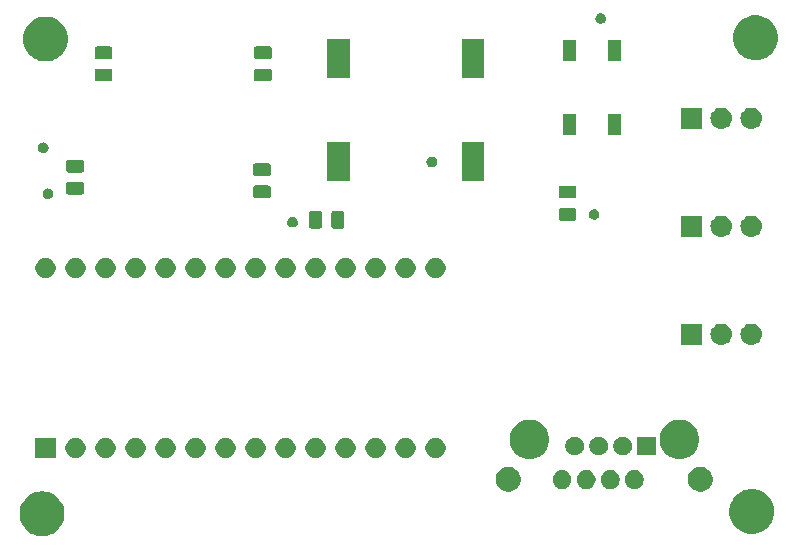
<source format=gbr>
G04 #@! TF.GenerationSoftware,KiCad,Pcbnew,(5.1.4-0-10_14)*
G04 #@! TF.CreationDate,2020-04-29T09:01:47-04:00*
G04 #@! TF.ProjectId,laser_flow,6c617365-725f-4666-9c6f-772e6b696361,rev?*
G04 #@! TF.SameCoordinates,Original*
G04 #@! TF.FileFunction,Soldermask,Top*
G04 #@! TF.FilePolarity,Negative*
%FSLAX46Y46*%
G04 Gerber Fmt 4.6, Leading zero omitted, Abs format (unit mm)*
G04 Created by KiCad (PCBNEW (5.1.4-0-10_14)) date 2020-04-29 09:01:47*
%MOMM*%
%LPD*%
G04 APERTURE LIST*
%ADD10C,0.100000*%
G04 APERTURE END LIST*
D10*
G36*
X95269455Y-116515355D02*
G01*
X95554501Y-116572054D01*
X95900461Y-116715356D01*
X96211817Y-116923397D01*
X96476603Y-117188183D01*
X96684644Y-117499539D01*
X96827946Y-117845499D01*
X96861218Y-118012768D01*
X96901000Y-118212767D01*
X96901000Y-118587233D01*
X96867728Y-118754501D01*
X96827946Y-118954501D01*
X96684644Y-119300461D01*
X96476603Y-119611817D01*
X96211817Y-119876603D01*
X95900461Y-120084644D01*
X95900460Y-120084645D01*
X95900459Y-120084645D01*
X95799132Y-120126616D01*
X95554501Y-120227946D01*
X95370866Y-120264473D01*
X95187233Y-120301000D01*
X94812767Y-120301000D01*
X94629134Y-120264473D01*
X94445499Y-120227946D01*
X94200868Y-120126616D01*
X94099541Y-120084645D01*
X94099540Y-120084645D01*
X94099539Y-120084644D01*
X93788183Y-119876603D01*
X93523397Y-119611817D01*
X93315356Y-119300461D01*
X93172054Y-118954501D01*
X93132272Y-118754501D01*
X93099000Y-118587233D01*
X93099000Y-118212767D01*
X93138782Y-118012768D01*
X93172054Y-117845499D01*
X93315356Y-117499539D01*
X93523397Y-117188183D01*
X93788183Y-116923397D01*
X94099539Y-116715356D01*
X94445499Y-116572054D01*
X94730545Y-116515355D01*
X94812767Y-116499000D01*
X95187233Y-116499000D01*
X95269455Y-116515355D01*
X95269455Y-116515355D01*
G37*
G36*
X155654501Y-116372054D02*
G01*
X155738831Y-116406985D01*
X155960975Y-116499000D01*
X156000461Y-116515356D01*
X156311817Y-116723397D01*
X156576603Y-116988183D01*
X156710238Y-117188183D01*
X156784645Y-117299541D01*
X156927946Y-117645500D01*
X156967729Y-117845500D01*
X157001000Y-118012768D01*
X157001000Y-118387232D01*
X156927946Y-118754501D01*
X156784644Y-119100461D01*
X156576603Y-119411817D01*
X156311817Y-119676603D01*
X156000461Y-119884644D01*
X155654501Y-120027946D01*
X155287233Y-120101000D01*
X154912767Y-120101000D01*
X154545499Y-120027946D01*
X154199539Y-119884644D01*
X153888183Y-119676603D01*
X153623397Y-119411817D01*
X153415356Y-119100461D01*
X153272054Y-118754501D01*
X153199000Y-118387232D01*
X153199000Y-118012768D01*
X153232272Y-117845500D01*
X153272054Y-117645500D01*
X153415355Y-117299541D01*
X153489762Y-117188183D01*
X153623397Y-116988183D01*
X153888183Y-116723397D01*
X154199539Y-116515356D01*
X154239026Y-116499000D01*
X154461169Y-116406985D01*
X154545499Y-116372054D01*
X154912767Y-116299000D01*
X155287233Y-116299000D01*
X155654501Y-116372054D01*
X155654501Y-116372054D01*
G37*
G36*
X134787364Y-114464989D02*
G01*
X134978633Y-114544215D01*
X134978635Y-114544216D01*
X135150773Y-114659235D01*
X135297165Y-114805627D01*
X135412185Y-114977767D01*
X135491411Y-115169036D01*
X135531800Y-115372084D01*
X135531800Y-115579116D01*
X135491411Y-115782164D01*
X135451957Y-115877414D01*
X135412184Y-115973435D01*
X135297165Y-116145573D01*
X135150773Y-116291965D01*
X134978635Y-116406984D01*
X134978634Y-116406985D01*
X134978633Y-116406985D01*
X134787364Y-116486211D01*
X134584316Y-116526600D01*
X134377284Y-116526600D01*
X134174236Y-116486211D01*
X133982967Y-116406985D01*
X133982966Y-116406985D01*
X133982965Y-116406984D01*
X133810827Y-116291965D01*
X133664435Y-116145573D01*
X133549416Y-115973435D01*
X133509643Y-115877414D01*
X133470189Y-115782164D01*
X133429800Y-115579116D01*
X133429800Y-115372084D01*
X133470189Y-115169036D01*
X133549415Y-114977767D01*
X133664435Y-114805627D01*
X133810827Y-114659235D01*
X133982965Y-114544216D01*
X133982967Y-114544215D01*
X134174236Y-114464989D01*
X134377284Y-114424600D01*
X134584316Y-114424600D01*
X134787364Y-114464989D01*
X134787364Y-114464989D01*
G37*
G36*
X151047364Y-114464989D02*
G01*
X151238633Y-114544215D01*
X151238635Y-114544216D01*
X151410773Y-114659235D01*
X151557165Y-114805627D01*
X151672185Y-114977767D01*
X151751411Y-115169036D01*
X151791800Y-115372084D01*
X151791800Y-115579116D01*
X151751411Y-115782164D01*
X151711957Y-115877414D01*
X151672184Y-115973435D01*
X151557165Y-116145573D01*
X151410773Y-116291965D01*
X151238635Y-116406984D01*
X151238634Y-116406985D01*
X151238633Y-116406985D01*
X151047364Y-116486211D01*
X150844316Y-116526600D01*
X150637284Y-116526600D01*
X150434236Y-116486211D01*
X150242967Y-116406985D01*
X150242966Y-116406985D01*
X150242965Y-116406984D01*
X150070827Y-116291965D01*
X149924435Y-116145573D01*
X149809416Y-115973435D01*
X149769643Y-115877414D01*
X149730189Y-115782164D01*
X149689800Y-115579116D01*
X149689800Y-115372084D01*
X149730189Y-115169036D01*
X149809415Y-114977767D01*
X149924435Y-114805627D01*
X150070827Y-114659235D01*
X150242965Y-114544216D01*
X150242967Y-114544215D01*
X150434236Y-114464989D01*
X150637284Y-114424600D01*
X150844316Y-114424600D01*
X151047364Y-114464989D01*
X151047364Y-114464989D01*
G37*
G36*
X145376442Y-114727781D02*
G01*
X145522214Y-114788162D01*
X145522216Y-114788163D01*
X145653408Y-114875822D01*
X145764978Y-114987392D01*
X145852637Y-115118584D01*
X145852638Y-115118586D01*
X145913019Y-115264358D01*
X145943800Y-115419107D01*
X145943800Y-115576893D01*
X145913019Y-115731642D01*
X145852638Y-115877414D01*
X145852637Y-115877416D01*
X145764978Y-116008608D01*
X145653408Y-116120178D01*
X145522216Y-116207837D01*
X145522215Y-116207838D01*
X145522214Y-116207838D01*
X145376442Y-116268219D01*
X145221693Y-116299000D01*
X145063907Y-116299000D01*
X144909158Y-116268219D01*
X144763386Y-116207838D01*
X144763385Y-116207838D01*
X144763384Y-116207837D01*
X144632192Y-116120178D01*
X144520622Y-116008608D01*
X144432963Y-115877416D01*
X144432962Y-115877414D01*
X144372581Y-115731642D01*
X144341800Y-115576893D01*
X144341800Y-115419107D01*
X144372581Y-115264358D01*
X144432962Y-115118586D01*
X144432963Y-115118584D01*
X144520622Y-114987392D01*
X144632192Y-114875822D01*
X144763384Y-114788163D01*
X144763386Y-114788162D01*
X144909158Y-114727781D01*
X145063907Y-114697000D01*
X145221693Y-114697000D01*
X145376442Y-114727781D01*
X145376442Y-114727781D01*
G37*
G36*
X143336442Y-114727781D02*
G01*
X143482214Y-114788162D01*
X143482216Y-114788163D01*
X143613408Y-114875822D01*
X143724978Y-114987392D01*
X143812637Y-115118584D01*
X143812638Y-115118586D01*
X143873019Y-115264358D01*
X143903800Y-115419107D01*
X143903800Y-115576893D01*
X143873019Y-115731642D01*
X143812638Y-115877414D01*
X143812637Y-115877416D01*
X143724978Y-116008608D01*
X143613408Y-116120178D01*
X143482216Y-116207837D01*
X143482215Y-116207838D01*
X143482214Y-116207838D01*
X143336442Y-116268219D01*
X143181693Y-116299000D01*
X143023907Y-116299000D01*
X142869158Y-116268219D01*
X142723386Y-116207838D01*
X142723385Y-116207838D01*
X142723384Y-116207837D01*
X142592192Y-116120178D01*
X142480622Y-116008608D01*
X142392963Y-115877416D01*
X142392962Y-115877414D01*
X142332581Y-115731642D01*
X142301800Y-115576893D01*
X142301800Y-115419107D01*
X142332581Y-115264358D01*
X142392962Y-115118586D01*
X142392963Y-115118584D01*
X142480622Y-114987392D01*
X142592192Y-114875822D01*
X142723384Y-114788163D01*
X142723386Y-114788162D01*
X142869158Y-114727781D01*
X143023907Y-114697000D01*
X143181693Y-114697000D01*
X143336442Y-114727781D01*
X143336442Y-114727781D01*
G37*
G36*
X141296442Y-114727781D02*
G01*
X141442214Y-114788162D01*
X141442216Y-114788163D01*
X141573408Y-114875822D01*
X141684978Y-114987392D01*
X141772637Y-115118584D01*
X141772638Y-115118586D01*
X141833019Y-115264358D01*
X141863800Y-115419107D01*
X141863800Y-115576893D01*
X141833019Y-115731642D01*
X141772638Y-115877414D01*
X141772637Y-115877416D01*
X141684978Y-116008608D01*
X141573408Y-116120178D01*
X141442216Y-116207837D01*
X141442215Y-116207838D01*
X141442214Y-116207838D01*
X141296442Y-116268219D01*
X141141693Y-116299000D01*
X140983907Y-116299000D01*
X140829158Y-116268219D01*
X140683386Y-116207838D01*
X140683385Y-116207838D01*
X140683384Y-116207837D01*
X140552192Y-116120178D01*
X140440622Y-116008608D01*
X140352963Y-115877416D01*
X140352962Y-115877414D01*
X140292581Y-115731642D01*
X140261800Y-115576893D01*
X140261800Y-115419107D01*
X140292581Y-115264358D01*
X140352962Y-115118586D01*
X140352963Y-115118584D01*
X140440622Y-114987392D01*
X140552192Y-114875822D01*
X140683384Y-114788163D01*
X140683386Y-114788162D01*
X140829158Y-114727781D01*
X140983907Y-114697000D01*
X141141693Y-114697000D01*
X141296442Y-114727781D01*
X141296442Y-114727781D01*
G37*
G36*
X139256442Y-114727781D02*
G01*
X139402214Y-114788162D01*
X139402216Y-114788163D01*
X139533408Y-114875822D01*
X139644978Y-114987392D01*
X139732637Y-115118584D01*
X139732638Y-115118586D01*
X139793019Y-115264358D01*
X139823800Y-115419107D01*
X139823800Y-115576893D01*
X139793019Y-115731642D01*
X139732638Y-115877414D01*
X139732637Y-115877416D01*
X139644978Y-116008608D01*
X139533408Y-116120178D01*
X139402216Y-116207837D01*
X139402215Y-116207838D01*
X139402214Y-116207838D01*
X139256442Y-116268219D01*
X139101693Y-116299000D01*
X138943907Y-116299000D01*
X138789158Y-116268219D01*
X138643386Y-116207838D01*
X138643385Y-116207838D01*
X138643384Y-116207837D01*
X138512192Y-116120178D01*
X138400622Y-116008608D01*
X138312963Y-115877416D01*
X138312962Y-115877414D01*
X138252581Y-115731642D01*
X138221800Y-115576893D01*
X138221800Y-115419107D01*
X138252581Y-115264358D01*
X138312962Y-115118586D01*
X138312963Y-115118584D01*
X138400622Y-114987392D01*
X138512192Y-114875822D01*
X138643384Y-114788163D01*
X138643386Y-114788162D01*
X138789158Y-114727781D01*
X138943907Y-114697000D01*
X139101693Y-114697000D01*
X139256442Y-114727781D01*
X139256442Y-114727781D01*
G37*
G36*
X149287771Y-110452604D02*
G01*
X149449671Y-110484808D01*
X149754683Y-110611148D01*
X150029187Y-110794566D01*
X150262634Y-111028013D01*
X150446052Y-111302517D01*
X150572392Y-111607529D01*
X150636800Y-111931328D01*
X150636800Y-112261472D01*
X150572392Y-112585271D01*
X150446052Y-112890283D01*
X150262634Y-113164787D01*
X150029187Y-113398234D01*
X149754683Y-113581652D01*
X149449671Y-113707992D01*
X149287771Y-113740196D01*
X149125873Y-113772400D01*
X148795727Y-113772400D01*
X148633829Y-113740196D01*
X148471929Y-113707992D01*
X148166917Y-113581652D01*
X147892413Y-113398234D01*
X147658966Y-113164787D01*
X147475548Y-112890283D01*
X147349208Y-112585271D01*
X147284800Y-112261472D01*
X147284800Y-111931328D01*
X147349208Y-111607529D01*
X147475548Y-111302517D01*
X147658966Y-111028013D01*
X147892413Y-110794566D01*
X148166917Y-110611148D01*
X148471929Y-110484808D01*
X148633829Y-110452604D01*
X148795727Y-110420400D01*
X149125873Y-110420400D01*
X149287771Y-110452604D01*
X149287771Y-110452604D01*
G37*
G36*
X136587771Y-110452604D02*
G01*
X136749671Y-110484808D01*
X137054683Y-110611148D01*
X137329187Y-110794566D01*
X137562634Y-111028013D01*
X137746052Y-111302517D01*
X137872392Y-111607529D01*
X137936800Y-111931328D01*
X137936800Y-112261472D01*
X137872392Y-112585271D01*
X137746052Y-112890283D01*
X137562634Y-113164787D01*
X137329187Y-113398234D01*
X137054683Y-113581652D01*
X136749671Y-113707992D01*
X136587771Y-113740196D01*
X136425873Y-113772400D01*
X136095727Y-113772400D01*
X135933829Y-113740196D01*
X135771929Y-113707992D01*
X135466917Y-113581652D01*
X135192413Y-113398234D01*
X134958966Y-113164787D01*
X134775548Y-112890283D01*
X134649208Y-112585271D01*
X134584800Y-112261472D01*
X134584800Y-111931328D01*
X134649208Y-111607529D01*
X134775548Y-111302517D01*
X134958966Y-111028013D01*
X135192413Y-110794566D01*
X135466917Y-110611148D01*
X135771929Y-110484808D01*
X135933829Y-110452604D01*
X136095727Y-110420400D01*
X136425873Y-110420400D01*
X136587771Y-110452604D01*
X136587771Y-110452604D01*
G37*
G36*
X103158228Y-112001703D02*
G01*
X103313100Y-112065853D01*
X103452481Y-112158985D01*
X103571015Y-112277519D01*
X103664147Y-112416900D01*
X103728297Y-112571772D01*
X103761000Y-112736184D01*
X103761000Y-112903816D01*
X103728297Y-113068228D01*
X103664147Y-113223100D01*
X103571015Y-113362481D01*
X103452481Y-113481015D01*
X103313100Y-113574147D01*
X103158228Y-113638297D01*
X102993816Y-113671000D01*
X102826184Y-113671000D01*
X102661772Y-113638297D01*
X102506900Y-113574147D01*
X102367519Y-113481015D01*
X102248985Y-113362481D01*
X102155853Y-113223100D01*
X102091703Y-113068228D01*
X102059000Y-112903816D01*
X102059000Y-112736184D01*
X102091703Y-112571772D01*
X102155853Y-112416900D01*
X102248985Y-112277519D01*
X102367519Y-112158985D01*
X102506900Y-112065853D01*
X102661772Y-112001703D01*
X102826184Y-111969000D01*
X102993816Y-111969000D01*
X103158228Y-112001703D01*
X103158228Y-112001703D01*
G37*
G36*
X100618228Y-112001703D02*
G01*
X100773100Y-112065853D01*
X100912481Y-112158985D01*
X101031015Y-112277519D01*
X101124147Y-112416900D01*
X101188297Y-112571772D01*
X101221000Y-112736184D01*
X101221000Y-112903816D01*
X101188297Y-113068228D01*
X101124147Y-113223100D01*
X101031015Y-113362481D01*
X100912481Y-113481015D01*
X100773100Y-113574147D01*
X100618228Y-113638297D01*
X100453816Y-113671000D01*
X100286184Y-113671000D01*
X100121772Y-113638297D01*
X99966900Y-113574147D01*
X99827519Y-113481015D01*
X99708985Y-113362481D01*
X99615853Y-113223100D01*
X99551703Y-113068228D01*
X99519000Y-112903816D01*
X99519000Y-112736184D01*
X99551703Y-112571772D01*
X99615853Y-112416900D01*
X99708985Y-112277519D01*
X99827519Y-112158985D01*
X99966900Y-112065853D01*
X100121772Y-112001703D01*
X100286184Y-111969000D01*
X100453816Y-111969000D01*
X100618228Y-112001703D01*
X100618228Y-112001703D01*
G37*
G36*
X98078228Y-112001703D02*
G01*
X98233100Y-112065853D01*
X98372481Y-112158985D01*
X98491015Y-112277519D01*
X98584147Y-112416900D01*
X98648297Y-112571772D01*
X98681000Y-112736184D01*
X98681000Y-112903816D01*
X98648297Y-113068228D01*
X98584147Y-113223100D01*
X98491015Y-113362481D01*
X98372481Y-113481015D01*
X98233100Y-113574147D01*
X98078228Y-113638297D01*
X97913816Y-113671000D01*
X97746184Y-113671000D01*
X97581772Y-113638297D01*
X97426900Y-113574147D01*
X97287519Y-113481015D01*
X97168985Y-113362481D01*
X97075853Y-113223100D01*
X97011703Y-113068228D01*
X96979000Y-112903816D01*
X96979000Y-112736184D01*
X97011703Y-112571772D01*
X97075853Y-112416900D01*
X97168985Y-112277519D01*
X97287519Y-112158985D01*
X97426900Y-112065853D01*
X97581772Y-112001703D01*
X97746184Y-111969000D01*
X97913816Y-111969000D01*
X98078228Y-112001703D01*
X98078228Y-112001703D01*
G37*
G36*
X96141000Y-113671000D02*
G01*
X94439000Y-113671000D01*
X94439000Y-111969000D01*
X96141000Y-111969000D01*
X96141000Y-113671000D01*
X96141000Y-113671000D01*
G37*
G36*
X128558228Y-112001703D02*
G01*
X128713100Y-112065853D01*
X128852481Y-112158985D01*
X128971015Y-112277519D01*
X129064147Y-112416900D01*
X129128297Y-112571772D01*
X129161000Y-112736184D01*
X129161000Y-112903816D01*
X129128297Y-113068228D01*
X129064147Y-113223100D01*
X128971015Y-113362481D01*
X128852481Y-113481015D01*
X128713100Y-113574147D01*
X128558228Y-113638297D01*
X128393816Y-113671000D01*
X128226184Y-113671000D01*
X128061772Y-113638297D01*
X127906900Y-113574147D01*
X127767519Y-113481015D01*
X127648985Y-113362481D01*
X127555853Y-113223100D01*
X127491703Y-113068228D01*
X127459000Y-112903816D01*
X127459000Y-112736184D01*
X127491703Y-112571772D01*
X127555853Y-112416900D01*
X127648985Y-112277519D01*
X127767519Y-112158985D01*
X127906900Y-112065853D01*
X128061772Y-112001703D01*
X128226184Y-111969000D01*
X128393816Y-111969000D01*
X128558228Y-112001703D01*
X128558228Y-112001703D01*
G37*
G36*
X126018228Y-112001703D02*
G01*
X126173100Y-112065853D01*
X126312481Y-112158985D01*
X126431015Y-112277519D01*
X126524147Y-112416900D01*
X126588297Y-112571772D01*
X126621000Y-112736184D01*
X126621000Y-112903816D01*
X126588297Y-113068228D01*
X126524147Y-113223100D01*
X126431015Y-113362481D01*
X126312481Y-113481015D01*
X126173100Y-113574147D01*
X126018228Y-113638297D01*
X125853816Y-113671000D01*
X125686184Y-113671000D01*
X125521772Y-113638297D01*
X125366900Y-113574147D01*
X125227519Y-113481015D01*
X125108985Y-113362481D01*
X125015853Y-113223100D01*
X124951703Y-113068228D01*
X124919000Y-112903816D01*
X124919000Y-112736184D01*
X124951703Y-112571772D01*
X125015853Y-112416900D01*
X125108985Y-112277519D01*
X125227519Y-112158985D01*
X125366900Y-112065853D01*
X125521772Y-112001703D01*
X125686184Y-111969000D01*
X125853816Y-111969000D01*
X126018228Y-112001703D01*
X126018228Y-112001703D01*
G37*
G36*
X123478228Y-112001703D02*
G01*
X123633100Y-112065853D01*
X123772481Y-112158985D01*
X123891015Y-112277519D01*
X123984147Y-112416900D01*
X124048297Y-112571772D01*
X124081000Y-112736184D01*
X124081000Y-112903816D01*
X124048297Y-113068228D01*
X123984147Y-113223100D01*
X123891015Y-113362481D01*
X123772481Y-113481015D01*
X123633100Y-113574147D01*
X123478228Y-113638297D01*
X123313816Y-113671000D01*
X123146184Y-113671000D01*
X122981772Y-113638297D01*
X122826900Y-113574147D01*
X122687519Y-113481015D01*
X122568985Y-113362481D01*
X122475853Y-113223100D01*
X122411703Y-113068228D01*
X122379000Y-112903816D01*
X122379000Y-112736184D01*
X122411703Y-112571772D01*
X122475853Y-112416900D01*
X122568985Y-112277519D01*
X122687519Y-112158985D01*
X122826900Y-112065853D01*
X122981772Y-112001703D01*
X123146184Y-111969000D01*
X123313816Y-111969000D01*
X123478228Y-112001703D01*
X123478228Y-112001703D01*
G37*
G36*
X120938228Y-112001703D02*
G01*
X121093100Y-112065853D01*
X121232481Y-112158985D01*
X121351015Y-112277519D01*
X121444147Y-112416900D01*
X121508297Y-112571772D01*
X121541000Y-112736184D01*
X121541000Y-112903816D01*
X121508297Y-113068228D01*
X121444147Y-113223100D01*
X121351015Y-113362481D01*
X121232481Y-113481015D01*
X121093100Y-113574147D01*
X120938228Y-113638297D01*
X120773816Y-113671000D01*
X120606184Y-113671000D01*
X120441772Y-113638297D01*
X120286900Y-113574147D01*
X120147519Y-113481015D01*
X120028985Y-113362481D01*
X119935853Y-113223100D01*
X119871703Y-113068228D01*
X119839000Y-112903816D01*
X119839000Y-112736184D01*
X119871703Y-112571772D01*
X119935853Y-112416900D01*
X120028985Y-112277519D01*
X120147519Y-112158985D01*
X120286900Y-112065853D01*
X120441772Y-112001703D01*
X120606184Y-111969000D01*
X120773816Y-111969000D01*
X120938228Y-112001703D01*
X120938228Y-112001703D01*
G37*
G36*
X118398228Y-112001703D02*
G01*
X118553100Y-112065853D01*
X118692481Y-112158985D01*
X118811015Y-112277519D01*
X118904147Y-112416900D01*
X118968297Y-112571772D01*
X119001000Y-112736184D01*
X119001000Y-112903816D01*
X118968297Y-113068228D01*
X118904147Y-113223100D01*
X118811015Y-113362481D01*
X118692481Y-113481015D01*
X118553100Y-113574147D01*
X118398228Y-113638297D01*
X118233816Y-113671000D01*
X118066184Y-113671000D01*
X117901772Y-113638297D01*
X117746900Y-113574147D01*
X117607519Y-113481015D01*
X117488985Y-113362481D01*
X117395853Y-113223100D01*
X117331703Y-113068228D01*
X117299000Y-112903816D01*
X117299000Y-112736184D01*
X117331703Y-112571772D01*
X117395853Y-112416900D01*
X117488985Y-112277519D01*
X117607519Y-112158985D01*
X117746900Y-112065853D01*
X117901772Y-112001703D01*
X118066184Y-111969000D01*
X118233816Y-111969000D01*
X118398228Y-112001703D01*
X118398228Y-112001703D01*
G37*
G36*
X115858228Y-112001703D02*
G01*
X116013100Y-112065853D01*
X116152481Y-112158985D01*
X116271015Y-112277519D01*
X116364147Y-112416900D01*
X116428297Y-112571772D01*
X116461000Y-112736184D01*
X116461000Y-112903816D01*
X116428297Y-113068228D01*
X116364147Y-113223100D01*
X116271015Y-113362481D01*
X116152481Y-113481015D01*
X116013100Y-113574147D01*
X115858228Y-113638297D01*
X115693816Y-113671000D01*
X115526184Y-113671000D01*
X115361772Y-113638297D01*
X115206900Y-113574147D01*
X115067519Y-113481015D01*
X114948985Y-113362481D01*
X114855853Y-113223100D01*
X114791703Y-113068228D01*
X114759000Y-112903816D01*
X114759000Y-112736184D01*
X114791703Y-112571772D01*
X114855853Y-112416900D01*
X114948985Y-112277519D01*
X115067519Y-112158985D01*
X115206900Y-112065853D01*
X115361772Y-112001703D01*
X115526184Y-111969000D01*
X115693816Y-111969000D01*
X115858228Y-112001703D01*
X115858228Y-112001703D01*
G37*
G36*
X113318228Y-112001703D02*
G01*
X113473100Y-112065853D01*
X113612481Y-112158985D01*
X113731015Y-112277519D01*
X113824147Y-112416900D01*
X113888297Y-112571772D01*
X113921000Y-112736184D01*
X113921000Y-112903816D01*
X113888297Y-113068228D01*
X113824147Y-113223100D01*
X113731015Y-113362481D01*
X113612481Y-113481015D01*
X113473100Y-113574147D01*
X113318228Y-113638297D01*
X113153816Y-113671000D01*
X112986184Y-113671000D01*
X112821772Y-113638297D01*
X112666900Y-113574147D01*
X112527519Y-113481015D01*
X112408985Y-113362481D01*
X112315853Y-113223100D01*
X112251703Y-113068228D01*
X112219000Y-112903816D01*
X112219000Y-112736184D01*
X112251703Y-112571772D01*
X112315853Y-112416900D01*
X112408985Y-112277519D01*
X112527519Y-112158985D01*
X112666900Y-112065853D01*
X112821772Y-112001703D01*
X112986184Y-111969000D01*
X113153816Y-111969000D01*
X113318228Y-112001703D01*
X113318228Y-112001703D01*
G37*
G36*
X110778228Y-112001703D02*
G01*
X110933100Y-112065853D01*
X111072481Y-112158985D01*
X111191015Y-112277519D01*
X111284147Y-112416900D01*
X111348297Y-112571772D01*
X111381000Y-112736184D01*
X111381000Y-112903816D01*
X111348297Y-113068228D01*
X111284147Y-113223100D01*
X111191015Y-113362481D01*
X111072481Y-113481015D01*
X110933100Y-113574147D01*
X110778228Y-113638297D01*
X110613816Y-113671000D01*
X110446184Y-113671000D01*
X110281772Y-113638297D01*
X110126900Y-113574147D01*
X109987519Y-113481015D01*
X109868985Y-113362481D01*
X109775853Y-113223100D01*
X109711703Y-113068228D01*
X109679000Y-112903816D01*
X109679000Y-112736184D01*
X109711703Y-112571772D01*
X109775853Y-112416900D01*
X109868985Y-112277519D01*
X109987519Y-112158985D01*
X110126900Y-112065853D01*
X110281772Y-112001703D01*
X110446184Y-111969000D01*
X110613816Y-111969000D01*
X110778228Y-112001703D01*
X110778228Y-112001703D01*
G37*
G36*
X108238228Y-112001703D02*
G01*
X108393100Y-112065853D01*
X108532481Y-112158985D01*
X108651015Y-112277519D01*
X108744147Y-112416900D01*
X108808297Y-112571772D01*
X108841000Y-112736184D01*
X108841000Y-112903816D01*
X108808297Y-113068228D01*
X108744147Y-113223100D01*
X108651015Y-113362481D01*
X108532481Y-113481015D01*
X108393100Y-113574147D01*
X108238228Y-113638297D01*
X108073816Y-113671000D01*
X107906184Y-113671000D01*
X107741772Y-113638297D01*
X107586900Y-113574147D01*
X107447519Y-113481015D01*
X107328985Y-113362481D01*
X107235853Y-113223100D01*
X107171703Y-113068228D01*
X107139000Y-112903816D01*
X107139000Y-112736184D01*
X107171703Y-112571772D01*
X107235853Y-112416900D01*
X107328985Y-112277519D01*
X107447519Y-112158985D01*
X107586900Y-112065853D01*
X107741772Y-112001703D01*
X107906184Y-111969000D01*
X108073816Y-111969000D01*
X108238228Y-112001703D01*
X108238228Y-112001703D01*
G37*
G36*
X105698228Y-112001703D02*
G01*
X105853100Y-112065853D01*
X105992481Y-112158985D01*
X106111015Y-112277519D01*
X106204147Y-112416900D01*
X106268297Y-112571772D01*
X106301000Y-112736184D01*
X106301000Y-112903816D01*
X106268297Y-113068228D01*
X106204147Y-113223100D01*
X106111015Y-113362481D01*
X105992481Y-113481015D01*
X105853100Y-113574147D01*
X105698228Y-113638297D01*
X105533816Y-113671000D01*
X105366184Y-113671000D01*
X105201772Y-113638297D01*
X105046900Y-113574147D01*
X104907519Y-113481015D01*
X104788985Y-113362481D01*
X104695853Y-113223100D01*
X104631703Y-113068228D01*
X104599000Y-112903816D01*
X104599000Y-112736184D01*
X104631703Y-112571772D01*
X104695853Y-112416900D01*
X104788985Y-112277519D01*
X104907519Y-112158985D01*
X105046900Y-112065853D01*
X105201772Y-112001703D01*
X105366184Y-111969000D01*
X105533816Y-111969000D01*
X105698228Y-112001703D01*
X105698228Y-112001703D01*
G37*
G36*
X147014600Y-113456200D02*
G01*
X145412600Y-113456200D01*
X145412600Y-111854200D01*
X147014600Y-111854200D01*
X147014600Y-113456200D01*
X147014600Y-113456200D01*
G37*
G36*
X144407242Y-111884981D02*
G01*
X144553014Y-111945362D01*
X144553016Y-111945363D01*
X144684208Y-112033022D01*
X144795778Y-112144592D01*
X144883437Y-112275784D01*
X144883438Y-112275786D01*
X144943819Y-112421558D01*
X144974600Y-112576307D01*
X144974600Y-112734093D01*
X144943819Y-112888842D01*
X144883438Y-113034614D01*
X144883437Y-113034616D01*
X144795778Y-113165808D01*
X144684208Y-113277378D01*
X144553016Y-113365037D01*
X144553015Y-113365038D01*
X144553014Y-113365038D01*
X144407242Y-113425419D01*
X144252493Y-113456200D01*
X144094707Y-113456200D01*
X143939958Y-113425419D01*
X143794186Y-113365038D01*
X143794185Y-113365038D01*
X143794184Y-113365037D01*
X143662992Y-113277378D01*
X143551422Y-113165808D01*
X143463763Y-113034616D01*
X143463762Y-113034614D01*
X143403381Y-112888842D01*
X143372600Y-112734093D01*
X143372600Y-112576307D01*
X143403381Y-112421558D01*
X143463762Y-112275786D01*
X143463763Y-112275784D01*
X143551422Y-112144592D01*
X143662992Y-112033022D01*
X143794184Y-111945363D01*
X143794186Y-111945362D01*
X143939958Y-111884981D01*
X144094707Y-111854200D01*
X144252493Y-111854200D01*
X144407242Y-111884981D01*
X144407242Y-111884981D01*
G37*
G36*
X142367242Y-111884981D02*
G01*
X142513014Y-111945362D01*
X142513016Y-111945363D01*
X142644208Y-112033022D01*
X142755778Y-112144592D01*
X142843437Y-112275784D01*
X142843438Y-112275786D01*
X142903819Y-112421558D01*
X142934600Y-112576307D01*
X142934600Y-112734093D01*
X142903819Y-112888842D01*
X142843438Y-113034614D01*
X142843437Y-113034616D01*
X142755778Y-113165808D01*
X142644208Y-113277378D01*
X142513016Y-113365037D01*
X142513015Y-113365038D01*
X142513014Y-113365038D01*
X142367242Y-113425419D01*
X142212493Y-113456200D01*
X142054707Y-113456200D01*
X141899958Y-113425419D01*
X141754186Y-113365038D01*
X141754185Y-113365038D01*
X141754184Y-113365037D01*
X141622992Y-113277378D01*
X141511422Y-113165808D01*
X141423763Y-113034616D01*
X141423762Y-113034614D01*
X141363381Y-112888842D01*
X141332600Y-112734093D01*
X141332600Y-112576307D01*
X141363381Y-112421558D01*
X141423762Y-112275786D01*
X141423763Y-112275784D01*
X141511422Y-112144592D01*
X141622992Y-112033022D01*
X141754184Y-111945363D01*
X141754186Y-111945362D01*
X141899958Y-111884981D01*
X142054707Y-111854200D01*
X142212493Y-111854200D01*
X142367242Y-111884981D01*
X142367242Y-111884981D01*
G37*
G36*
X140327242Y-111884981D02*
G01*
X140473014Y-111945362D01*
X140473016Y-111945363D01*
X140604208Y-112033022D01*
X140715778Y-112144592D01*
X140803437Y-112275784D01*
X140803438Y-112275786D01*
X140863819Y-112421558D01*
X140894600Y-112576307D01*
X140894600Y-112734093D01*
X140863819Y-112888842D01*
X140803438Y-113034614D01*
X140803437Y-113034616D01*
X140715778Y-113165808D01*
X140604208Y-113277378D01*
X140473016Y-113365037D01*
X140473015Y-113365038D01*
X140473014Y-113365038D01*
X140327242Y-113425419D01*
X140172493Y-113456200D01*
X140014707Y-113456200D01*
X139859958Y-113425419D01*
X139714186Y-113365038D01*
X139714185Y-113365038D01*
X139714184Y-113365037D01*
X139582992Y-113277378D01*
X139471422Y-113165808D01*
X139383763Y-113034616D01*
X139383762Y-113034614D01*
X139323381Y-112888842D01*
X139292600Y-112734093D01*
X139292600Y-112576307D01*
X139323381Y-112421558D01*
X139383762Y-112275786D01*
X139383763Y-112275784D01*
X139471422Y-112144592D01*
X139582992Y-112033022D01*
X139714184Y-111945363D01*
X139714186Y-111945362D01*
X139859958Y-111884981D01*
X140014707Y-111854200D01*
X140172493Y-111854200D01*
X140327242Y-111884981D01*
X140327242Y-111884981D01*
G37*
G36*
X155150442Y-102305518D02*
G01*
X155216627Y-102312037D01*
X155386466Y-102363557D01*
X155542991Y-102447222D01*
X155578729Y-102476552D01*
X155680186Y-102559814D01*
X155763448Y-102661271D01*
X155792778Y-102697009D01*
X155876443Y-102853534D01*
X155927963Y-103023373D01*
X155945359Y-103200000D01*
X155927963Y-103376627D01*
X155876443Y-103546466D01*
X155792778Y-103702991D01*
X155763448Y-103738729D01*
X155680186Y-103840186D01*
X155578729Y-103923448D01*
X155542991Y-103952778D01*
X155386466Y-104036443D01*
X155216627Y-104087963D01*
X155150442Y-104094482D01*
X155084260Y-104101000D01*
X154995740Y-104101000D01*
X154929557Y-104094481D01*
X154863373Y-104087963D01*
X154693534Y-104036443D01*
X154537009Y-103952778D01*
X154501271Y-103923448D01*
X154399814Y-103840186D01*
X154316552Y-103738729D01*
X154287222Y-103702991D01*
X154203557Y-103546466D01*
X154152037Y-103376627D01*
X154134641Y-103200000D01*
X154152037Y-103023373D01*
X154203557Y-102853534D01*
X154287222Y-102697009D01*
X154316552Y-102661271D01*
X154399814Y-102559814D01*
X154501271Y-102476552D01*
X154537009Y-102447222D01*
X154693534Y-102363557D01*
X154863373Y-102312037D01*
X154929558Y-102305518D01*
X154995740Y-102299000D01*
X155084260Y-102299000D01*
X155150442Y-102305518D01*
X155150442Y-102305518D01*
G37*
G36*
X152610442Y-102305518D02*
G01*
X152676627Y-102312037D01*
X152846466Y-102363557D01*
X153002991Y-102447222D01*
X153038729Y-102476552D01*
X153140186Y-102559814D01*
X153223448Y-102661271D01*
X153252778Y-102697009D01*
X153336443Y-102853534D01*
X153387963Y-103023373D01*
X153405359Y-103200000D01*
X153387963Y-103376627D01*
X153336443Y-103546466D01*
X153252778Y-103702991D01*
X153223448Y-103738729D01*
X153140186Y-103840186D01*
X153038729Y-103923448D01*
X153002991Y-103952778D01*
X152846466Y-104036443D01*
X152676627Y-104087963D01*
X152610442Y-104094482D01*
X152544260Y-104101000D01*
X152455740Y-104101000D01*
X152389557Y-104094481D01*
X152323373Y-104087963D01*
X152153534Y-104036443D01*
X151997009Y-103952778D01*
X151961271Y-103923448D01*
X151859814Y-103840186D01*
X151776552Y-103738729D01*
X151747222Y-103702991D01*
X151663557Y-103546466D01*
X151612037Y-103376627D01*
X151594641Y-103200000D01*
X151612037Y-103023373D01*
X151663557Y-102853534D01*
X151747222Y-102697009D01*
X151776552Y-102661271D01*
X151859814Y-102559814D01*
X151961271Y-102476552D01*
X151997009Y-102447222D01*
X152153534Y-102363557D01*
X152323373Y-102312037D01*
X152389558Y-102305518D01*
X152455740Y-102299000D01*
X152544260Y-102299000D01*
X152610442Y-102305518D01*
X152610442Y-102305518D01*
G37*
G36*
X150861000Y-104101000D02*
G01*
X149059000Y-104101000D01*
X149059000Y-102299000D01*
X150861000Y-102299000D01*
X150861000Y-104101000D01*
X150861000Y-104101000D01*
G37*
G36*
X118398228Y-96761703D02*
G01*
X118553100Y-96825853D01*
X118692481Y-96918985D01*
X118811015Y-97037519D01*
X118904147Y-97176900D01*
X118968297Y-97331772D01*
X119001000Y-97496184D01*
X119001000Y-97663816D01*
X118968297Y-97828228D01*
X118904147Y-97983100D01*
X118811015Y-98122481D01*
X118692481Y-98241015D01*
X118553100Y-98334147D01*
X118398228Y-98398297D01*
X118233816Y-98431000D01*
X118066184Y-98431000D01*
X117901772Y-98398297D01*
X117746900Y-98334147D01*
X117607519Y-98241015D01*
X117488985Y-98122481D01*
X117395853Y-97983100D01*
X117331703Y-97828228D01*
X117299000Y-97663816D01*
X117299000Y-97496184D01*
X117331703Y-97331772D01*
X117395853Y-97176900D01*
X117488985Y-97037519D01*
X117607519Y-96918985D01*
X117746900Y-96825853D01*
X117901772Y-96761703D01*
X118066184Y-96729000D01*
X118233816Y-96729000D01*
X118398228Y-96761703D01*
X118398228Y-96761703D01*
G37*
G36*
X95538228Y-96761703D02*
G01*
X95693100Y-96825853D01*
X95832481Y-96918985D01*
X95951015Y-97037519D01*
X96044147Y-97176900D01*
X96108297Y-97331772D01*
X96141000Y-97496184D01*
X96141000Y-97663816D01*
X96108297Y-97828228D01*
X96044147Y-97983100D01*
X95951015Y-98122481D01*
X95832481Y-98241015D01*
X95693100Y-98334147D01*
X95538228Y-98398297D01*
X95373816Y-98431000D01*
X95206184Y-98431000D01*
X95041772Y-98398297D01*
X94886900Y-98334147D01*
X94747519Y-98241015D01*
X94628985Y-98122481D01*
X94535853Y-97983100D01*
X94471703Y-97828228D01*
X94439000Y-97663816D01*
X94439000Y-97496184D01*
X94471703Y-97331772D01*
X94535853Y-97176900D01*
X94628985Y-97037519D01*
X94747519Y-96918985D01*
X94886900Y-96825853D01*
X95041772Y-96761703D01*
X95206184Y-96729000D01*
X95373816Y-96729000D01*
X95538228Y-96761703D01*
X95538228Y-96761703D01*
G37*
G36*
X98078228Y-96761703D02*
G01*
X98233100Y-96825853D01*
X98372481Y-96918985D01*
X98491015Y-97037519D01*
X98584147Y-97176900D01*
X98648297Y-97331772D01*
X98681000Y-97496184D01*
X98681000Y-97663816D01*
X98648297Y-97828228D01*
X98584147Y-97983100D01*
X98491015Y-98122481D01*
X98372481Y-98241015D01*
X98233100Y-98334147D01*
X98078228Y-98398297D01*
X97913816Y-98431000D01*
X97746184Y-98431000D01*
X97581772Y-98398297D01*
X97426900Y-98334147D01*
X97287519Y-98241015D01*
X97168985Y-98122481D01*
X97075853Y-97983100D01*
X97011703Y-97828228D01*
X96979000Y-97663816D01*
X96979000Y-97496184D01*
X97011703Y-97331772D01*
X97075853Y-97176900D01*
X97168985Y-97037519D01*
X97287519Y-96918985D01*
X97426900Y-96825853D01*
X97581772Y-96761703D01*
X97746184Y-96729000D01*
X97913816Y-96729000D01*
X98078228Y-96761703D01*
X98078228Y-96761703D01*
G37*
G36*
X100618228Y-96761703D02*
G01*
X100773100Y-96825853D01*
X100912481Y-96918985D01*
X101031015Y-97037519D01*
X101124147Y-97176900D01*
X101188297Y-97331772D01*
X101221000Y-97496184D01*
X101221000Y-97663816D01*
X101188297Y-97828228D01*
X101124147Y-97983100D01*
X101031015Y-98122481D01*
X100912481Y-98241015D01*
X100773100Y-98334147D01*
X100618228Y-98398297D01*
X100453816Y-98431000D01*
X100286184Y-98431000D01*
X100121772Y-98398297D01*
X99966900Y-98334147D01*
X99827519Y-98241015D01*
X99708985Y-98122481D01*
X99615853Y-97983100D01*
X99551703Y-97828228D01*
X99519000Y-97663816D01*
X99519000Y-97496184D01*
X99551703Y-97331772D01*
X99615853Y-97176900D01*
X99708985Y-97037519D01*
X99827519Y-96918985D01*
X99966900Y-96825853D01*
X100121772Y-96761703D01*
X100286184Y-96729000D01*
X100453816Y-96729000D01*
X100618228Y-96761703D01*
X100618228Y-96761703D01*
G37*
G36*
X103158228Y-96761703D02*
G01*
X103313100Y-96825853D01*
X103452481Y-96918985D01*
X103571015Y-97037519D01*
X103664147Y-97176900D01*
X103728297Y-97331772D01*
X103761000Y-97496184D01*
X103761000Y-97663816D01*
X103728297Y-97828228D01*
X103664147Y-97983100D01*
X103571015Y-98122481D01*
X103452481Y-98241015D01*
X103313100Y-98334147D01*
X103158228Y-98398297D01*
X102993816Y-98431000D01*
X102826184Y-98431000D01*
X102661772Y-98398297D01*
X102506900Y-98334147D01*
X102367519Y-98241015D01*
X102248985Y-98122481D01*
X102155853Y-97983100D01*
X102091703Y-97828228D01*
X102059000Y-97663816D01*
X102059000Y-97496184D01*
X102091703Y-97331772D01*
X102155853Y-97176900D01*
X102248985Y-97037519D01*
X102367519Y-96918985D01*
X102506900Y-96825853D01*
X102661772Y-96761703D01*
X102826184Y-96729000D01*
X102993816Y-96729000D01*
X103158228Y-96761703D01*
X103158228Y-96761703D01*
G37*
G36*
X105698228Y-96761703D02*
G01*
X105853100Y-96825853D01*
X105992481Y-96918985D01*
X106111015Y-97037519D01*
X106204147Y-97176900D01*
X106268297Y-97331772D01*
X106301000Y-97496184D01*
X106301000Y-97663816D01*
X106268297Y-97828228D01*
X106204147Y-97983100D01*
X106111015Y-98122481D01*
X105992481Y-98241015D01*
X105853100Y-98334147D01*
X105698228Y-98398297D01*
X105533816Y-98431000D01*
X105366184Y-98431000D01*
X105201772Y-98398297D01*
X105046900Y-98334147D01*
X104907519Y-98241015D01*
X104788985Y-98122481D01*
X104695853Y-97983100D01*
X104631703Y-97828228D01*
X104599000Y-97663816D01*
X104599000Y-97496184D01*
X104631703Y-97331772D01*
X104695853Y-97176900D01*
X104788985Y-97037519D01*
X104907519Y-96918985D01*
X105046900Y-96825853D01*
X105201772Y-96761703D01*
X105366184Y-96729000D01*
X105533816Y-96729000D01*
X105698228Y-96761703D01*
X105698228Y-96761703D01*
G37*
G36*
X108238228Y-96761703D02*
G01*
X108393100Y-96825853D01*
X108532481Y-96918985D01*
X108651015Y-97037519D01*
X108744147Y-97176900D01*
X108808297Y-97331772D01*
X108841000Y-97496184D01*
X108841000Y-97663816D01*
X108808297Y-97828228D01*
X108744147Y-97983100D01*
X108651015Y-98122481D01*
X108532481Y-98241015D01*
X108393100Y-98334147D01*
X108238228Y-98398297D01*
X108073816Y-98431000D01*
X107906184Y-98431000D01*
X107741772Y-98398297D01*
X107586900Y-98334147D01*
X107447519Y-98241015D01*
X107328985Y-98122481D01*
X107235853Y-97983100D01*
X107171703Y-97828228D01*
X107139000Y-97663816D01*
X107139000Y-97496184D01*
X107171703Y-97331772D01*
X107235853Y-97176900D01*
X107328985Y-97037519D01*
X107447519Y-96918985D01*
X107586900Y-96825853D01*
X107741772Y-96761703D01*
X107906184Y-96729000D01*
X108073816Y-96729000D01*
X108238228Y-96761703D01*
X108238228Y-96761703D01*
G37*
G36*
X110778228Y-96761703D02*
G01*
X110933100Y-96825853D01*
X111072481Y-96918985D01*
X111191015Y-97037519D01*
X111284147Y-97176900D01*
X111348297Y-97331772D01*
X111381000Y-97496184D01*
X111381000Y-97663816D01*
X111348297Y-97828228D01*
X111284147Y-97983100D01*
X111191015Y-98122481D01*
X111072481Y-98241015D01*
X110933100Y-98334147D01*
X110778228Y-98398297D01*
X110613816Y-98431000D01*
X110446184Y-98431000D01*
X110281772Y-98398297D01*
X110126900Y-98334147D01*
X109987519Y-98241015D01*
X109868985Y-98122481D01*
X109775853Y-97983100D01*
X109711703Y-97828228D01*
X109679000Y-97663816D01*
X109679000Y-97496184D01*
X109711703Y-97331772D01*
X109775853Y-97176900D01*
X109868985Y-97037519D01*
X109987519Y-96918985D01*
X110126900Y-96825853D01*
X110281772Y-96761703D01*
X110446184Y-96729000D01*
X110613816Y-96729000D01*
X110778228Y-96761703D01*
X110778228Y-96761703D01*
G37*
G36*
X113318228Y-96761703D02*
G01*
X113473100Y-96825853D01*
X113612481Y-96918985D01*
X113731015Y-97037519D01*
X113824147Y-97176900D01*
X113888297Y-97331772D01*
X113921000Y-97496184D01*
X113921000Y-97663816D01*
X113888297Y-97828228D01*
X113824147Y-97983100D01*
X113731015Y-98122481D01*
X113612481Y-98241015D01*
X113473100Y-98334147D01*
X113318228Y-98398297D01*
X113153816Y-98431000D01*
X112986184Y-98431000D01*
X112821772Y-98398297D01*
X112666900Y-98334147D01*
X112527519Y-98241015D01*
X112408985Y-98122481D01*
X112315853Y-97983100D01*
X112251703Y-97828228D01*
X112219000Y-97663816D01*
X112219000Y-97496184D01*
X112251703Y-97331772D01*
X112315853Y-97176900D01*
X112408985Y-97037519D01*
X112527519Y-96918985D01*
X112666900Y-96825853D01*
X112821772Y-96761703D01*
X112986184Y-96729000D01*
X113153816Y-96729000D01*
X113318228Y-96761703D01*
X113318228Y-96761703D01*
G37*
G36*
X115858228Y-96761703D02*
G01*
X116013100Y-96825853D01*
X116152481Y-96918985D01*
X116271015Y-97037519D01*
X116364147Y-97176900D01*
X116428297Y-97331772D01*
X116461000Y-97496184D01*
X116461000Y-97663816D01*
X116428297Y-97828228D01*
X116364147Y-97983100D01*
X116271015Y-98122481D01*
X116152481Y-98241015D01*
X116013100Y-98334147D01*
X115858228Y-98398297D01*
X115693816Y-98431000D01*
X115526184Y-98431000D01*
X115361772Y-98398297D01*
X115206900Y-98334147D01*
X115067519Y-98241015D01*
X114948985Y-98122481D01*
X114855853Y-97983100D01*
X114791703Y-97828228D01*
X114759000Y-97663816D01*
X114759000Y-97496184D01*
X114791703Y-97331772D01*
X114855853Y-97176900D01*
X114948985Y-97037519D01*
X115067519Y-96918985D01*
X115206900Y-96825853D01*
X115361772Y-96761703D01*
X115526184Y-96729000D01*
X115693816Y-96729000D01*
X115858228Y-96761703D01*
X115858228Y-96761703D01*
G37*
G36*
X120938228Y-96761703D02*
G01*
X121093100Y-96825853D01*
X121232481Y-96918985D01*
X121351015Y-97037519D01*
X121444147Y-97176900D01*
X121508297Y-97331772D01*
X121541000Y-97496184D01*
X121541000Y-97663816D01*
X121508297Y-97828228D01*
X121444147Y-97983100D01*
X121351015Y-98122481D01*
X121232481Y-98241015D01*
X121093100Y-98334147D01*
X120938228Y-98398297D01*
X120773816Y-98431000D01*
X120606184Y-98431000D01*
X120441772Y-98398297D01*
X120286900Y-98334147D01*
X120147519Y-98241015D01*
X120028985Y-98122481D01*
X119935853Y-97983100D01*
X119871703Y-97828228D01*
X119839000Y-97663816D01*
X119839000Y-97496184D01*
X119871703Y-97331772D01*
X119935853Y-97176900D01*
X120028985Y-97037519D01*
X120147519Y-96918985D01*
X120286900Y-96825853D01*
X120441772Y-96761703D01*
X120606184Y-96729000D01*
X120773816Y-96729000D01*
X120938228Y-96761703D01*
X120938228Y-96761703D01*
G37*
G36*
X123478228Y-96761703D02*
G01*
X123633100Y-96825853D01*
X123772481Y-96918985D01*
X123891015Y-97037519D01*
X123984147Y-97176900D01*
X124048297Y-97331772D01*
X124081000Y-97496184D01*
X124081000Y-97663816D01*
X124048297Y-97828228D01*
X123984147Y-97983100D01*
X123891015Y-98122481D01*
X123772481Y-98241015D01*
X123633100Y-98334147D01*
X123478228Y-98398297D01*
X123313816Y-98431000D01*
X123146184Y-98431000D01*
X122981772Y-98398297D01*
X122826900Y-98334147D01*
X122687519Y-98241015D01*
X122568985Y-98122481D01*
X122475853Y-97983100D01*
X122411703Y-97828228D01*
X122379000Y-97663816D01*
X122379000Y-97496184D01*
X122411703Y-97331772D01*
X122475853Y-97176900D01*
X122568985Y-97037519D01*
X122687519Y-96918985D01*
X122826900Y-96825853D01*
X122981772Y-96761703D01*
X123146184Y-96729000D01*
X123313816Y-96729000D01*
X123478228Y-96761703D01*
X123478228Y-96761703D01*
G37*
G36*
X126018228Y-96761703D02*
G01*
X126173100Y-96825853D01*
X126312481Y-96918985D01*
X126431015Y-97037519D01*
X126524147Y-97176900D01*
X126588297Y-97331772D01*
X126621000Y-97496184D01*
X126621000Y-97663816D01*
X126588297Y-97828228D01*
X126524147Y-97983100D01*
X126431015Y-98122481D01*
X126312481Y-98241015D01*
X126173100Y-98334147D01*
X126018228Y-98398297D01*
X125853816Y-98431000D01*
X125686184Y-98431000D01*
X125521772Y-98398297D01*
X125366900Y-98334147D01*
X125227519Y-98241015D01*
X125108985Y-98122481D01*
X125015853Y-97983100D01*
X124951703Y-97828228D01*
X124919000Y-97663816D01*
X124919000Y-97496184D01*
X124951703Y-97331772D01*
X125015853Y-97176900D01*
X125108985Y-97037519D01*
X125227519Y-96918985D01*
X125366900Y-96825853D01*
X125521772Y-96761703D01*
X125686184Y-96729000D01*
X125853816Y-96729000D01*
X126018228Y-96761703D01*
X126018228Y-96761703D01*
G37*
G36*
X128558228Y-96761703D02*
G01*
X128713100Y-96825853D01*
X128852481Y-96918985D01*
X128971015Y-97037519D01*
X129064147Y-97176900D01*
X129128297Y-97331772D01*
X129161000Y-97496184D01*
X129161000Y-97663816D01*
X129128297Y-97828228D01*
X129064147Y-97983100D01*
X128971015Y-98122481D01*
X128852481Y-98241015D01*
X128713100Y-98334147D01*
X128558228Y-98398297D01*
X128393816Y-98431000D01*
X128226184Y-98431000D01*
X128061772Y-98398297D01*
X127906900Y-98334147D01*
X127767519Y-98241015D01*
X127648985Y-98122481D01*
X127555853Y-97983100D01*
X127491703Y-97828228D01*
X127459000Y-97663816D01*
X127459000Y-97496184D01*
X127491703Y-97331772D01*
X127555853Y-97176900D01*
X127648985Y-97037519D01*
X127767519Y-96918985D01*
X127906900Y-96825853D01*
X128061772Y-96761703D01*
X128226184Y-96729000D01*
X128393816Y-96729000D01*
X128558228Y-96761703D01*
X128558228Y-96761703D01*
G37*
G36*
X150861000Y-94951000D02*
G01*
X149059000Y-94951000D01*
X149059000Y-93149000D01*
X150861000Y-93149000D01*
X150861000Y-94951000D01*
X150861000Y-94951000D01*
G37*
G36*
X152610442Y-93155518D02*
G01*
X152676627Y-93162037D01*
X152846466Y-93213557D01*
X153002991Y-93297222D01*
X153036832Y-93324995D01*
X153140186Y-93409814D01*
X153223448Y-93511271D01*
X153252778Y-93547009D01*
X153336443Y-93703534D01*
X153387963Y-93873373D01*
X153405359Y-94050000D01*
X153387963Y-94226627D01*
X153336443Y-94396466D01*
X153252778Y-94552991D01*
X153223448Y-94588729D01*
X153140186Y-94690186D01*
X153038729Y-94773448D01*
X153002991Y-94802778D01*
X152846466Y-94886443D01*
X152676627Y-94937963D01*
X152610443Y-94944481D01*
X152544260Y-94951000D01*
X152455740Y-94951000D01*
X152389557Y-94944481D01*
X152323373Y-94937963D01*
X152153534Y-94886443D01*
X151997009Y-94802778D01*
X151961271Y-94773448D01*
X151859814Y-94690186D01*
X151776552Y-94588729D01*
X151747222Y-94552991D01*
X151663557Y-94396466D01*
X151612037Y-94226627D01*
X151594641Y-94050000D01*
X151612037Y-93873373D01*
X151663557Y-93703534D01*
X151747222Y-93547009D01*
X151776552Y-93511271D01*
X151859814Y-93409814D01*
X151963168Y-93324995D01*
X151997009Y-93297222D01*
X152153534Y-93213557D01*
X152323373Y-93162037D01*
X152389558Y-93155518D01*
X152455740Y-93149000D01*
X152544260Y-93149000D01*
X152610442Y-93155518D01*
X152610442Y-93155518D01*
G37*
G36*
X155150442Y-93155518D02*
G01*
X155216627Y-93162037D01*
X155386466Y-93213557D01*
X155542991Y-93297222D01*
X155576832Y-93324995D01*
X155680186Y-93409814D01*
X155763448Y-93511271D01*
X155792778Y-93547009D01*
X155876443Y-93703534D01*
X155927963Y-93873373D01*
X155945359Y-94050000D01*
X155927963Y-94226627D01*
X155876443Y-94396466D01*
X155792778Y-94552991D01*
X155763448Y-94588729D01*
X155680186Y-94690186D01*
X155578729Y-94773448D01*
X155542991Y-94802778D01*
X155386466Y-94886443D01*
X155216627Y-94937963D01*
X155150443Y-94944481D01*
X155084260Y-94951000D01*
X154995740Y-94951000D01*
X154929557Y-94944481D01*
X154863373Y-94937963D01*
X154693534Y-94886443D01*
X154537009Y-94802778D01*
X154501271Y-94773448D01*
X154399814Y-94690186D01*
X154316552Y-94588729D01*
X154287222Y-94552991D01*
X154203557Y-94396466D01*
X154152037Y-94226627D01*
X154134641Y-94050000D01*
X154152037Y-93873373D01*
X154203557Y-93703534D01*
X154287222Y-93547009D01*
X154316552Y-93511271D01*
X154399814Y-93409814D01*
X154503168Y-93324995D01*
X154537009Y-93297222D01*
X154693534Y-93213557D01*
X154863373Y-93162037D01*
X154929558Y-93155518D01*
X154995740Y-93149000D01*
X155084260Y-93149000D01*
X155150442Y-93155518D01*
X155150442Y-93155518D01*
G37*
G36*
X118534468Y-92753565D02*
G01*
X118573138Y-92765296D01*
X118608777Y-92784346D01*
X118640017Y-92809983D01*
X118665654Y-92841223D01*
X118684704Y-92876862D01*
X118696435Y-92915532D01*
X118701000Y-92961888D01*
X118701000Y-94038112D01*
X118696435Y-94084468D01*
X118684704Y-94123138D01*
X118665654Y-94158777D01*
X118640017Y-94190017D01*
X118608777Y-94215654D01*
X118573138Y-94234704D01*
X118534468Y-94246435D01*
X118488112Y-94251000D01*
X117836888Y-94251000D01*
X117790532Y-94246435D01*
X117751862Y-94234704D01*
X117716223Y-94215654D01*
X117684983Y-94190017D01*
X117659346Y-94158777D01*
X117640296Y-94123138D01*
X117628565Y-94084468D01*
X117624000Y-94038112D01*
X117624000Y-92961888D01*
X117628565Y-92915532D01*
X117640296Y-92876862D01*
X117659346Y-92841223D01*
X117684983Y-92809983D01*
X117716223Y-92784346D01*
X117751862Y-92765296D01*
X117790532Y-92753565D01*
X117836888Y-92749000D01*
X118488112Y-92749000D01*
X118534468Y-92753565D01*
X118534468Y-92753565D01*
G37*
G36*
X120409468Y-92753565D02*
G01*
X120448138Y-92765296D01*
X120483777Y-92784346D01*
X120515017Y-92809983D01*
X120540654Y-92841223D01*
X120559704Y-92876862D01*
X120571435Y-92915532D01*
X120576000Y-92961888D01*
X120576000Y-94038112D01*
X120571435Y-94084468D01*
X120559704Y-94123138D01*
X120540654Y-94158777D01*
X120515017Y-94190017D01*
X120483777Y-94215654D01*
X120448138Y-94234704D01*
X120409468Y-94246435D01*
X120363112Y-94251000D01*
X119711888Y-94251000D01*
X119665532Y-94246435D01*
X119626862Y-94234704D01*
X119591223Y-94215654D01*
X119559983Y-94190017D01*
X119534346Y-94158777D01*
X119515296Y-94123138D01*
X119503565Y-94084468D01*
X119499000Y-94038112D01*
X119499000Y-92961888D01*
X119503565Y-92915532D01*
X119515296Y-92876862D01*
X119534346Y-92841223D01*
X119559983Y-92809983D01*
X119591223Y-92784346D01*
X119626862Y-92765296D01*
X119665532Y-92753565D01*
X119711888Y-92749000D01*
X120363112Y-92749000D01*
X120409468Y-92753565D01*
X120409468Y-92753565D01*
G37*
G36*
X116331552Y-93266331D02*
G01*
X116413627Y-93300328D01*
X116413629Y-93300329D01*
X116487496Y-93349686D01*
X116550314Y-93412504D01*
X116597938Y-93483777D01*
X116599672Y-93486373D01*
X116633669Y-93568448D01*
X116651000Y-93655579D01*
X116651000Y-93744421D01*
X116633669Y-93831552D01*
X116599672Y-93913627D01*
X116554154Y-93981750D01*
X116550314Y-93987496D01*
X116487496Y-94050314D01*
X116413629Y-94099671D01*
X116413628Y-94099672D01*
X116413627Y-94099672D01*
X116331552Y-94133669D01*
X116244421Y-94151000D01*
X116155579Y-94151000D01*
X116068448Y-94133669D01*
X115986373Y-94099672D01*
X115986372Y-94099672D01*
X115986371Y-94099671D01*
X115912504Y-94050314D01*
X115849686Y-93987496D01*
X115845847Y-93981750D01*
X115800328Y-93913627D01*
X115766331Y-93831552D01*
X115749000Y-93744421D01*
X115749000Y-93655579D01*
X115766331Y-93568448D01*
X115800328Y-93486373D01*
X115802063Y-93483777D01*
X115849686Y-93412504D01*
X115912504Y-93349686D01*
X115986371Y-93300329D01*
X115986373Y-93300328D01*
X116068448Y-93266331D01*
X116155579Y-93249000D01*
X116244421Y-93249000D01*
X116331552Y-93266331D01*
X116331552Y-93266331D01*
G37*
G36*
X140084468Y-92503565D02*
G01*
X140123138Y-92515296D01*
X140158777Y-92534346D01*
X140190017Y-92559983D01*
X140215654Y-92591223D01*
X140234704Y-92626862D01*
X140246435Y-92665532D01*
X140251000Y-92711888D01*
X140251000Y-93363112D01*
X140246435Y-93409468D01*
X140234704Y-93448138D01*
X140215654Y-93483777D01*
X140190017Y-93515017D01*
X140158777Y-93540654D01*
X140123138Y-93559704D01*
X140084468Y-93571435D01*
X140038112Y-93576000D01*
X138961888Y-93576000D01*
X138915532Y-93571435D01*
X138876862Y-93559704D01*
X138841223Y-93540654D01*
X138809983Y-93515017D01*
X138784346Y-93483777D01*
X138765296Y-93448138D01*
X138753565Y-93409468D01*
X138749000Y-93363112D01*
X138749000Y-92711888D01*
X138753565Y-92665532D01*
X138765296Y-92626862D01*
X138784346Y-92591223D01*
X138809983Y-92559983D01*
X138841223Y-92534346D01*
X138876862Y-92515296D01*
X138915532Y-92503565D01*
X138961888Y-92499000D01*
X140038112Y-92499000D01*
X140084468Y-92503565D01*
X140084468Y-92503565D01*
G37*
G36*
X141869052Y-92603831D02*
G01*
X141951127Y-92637828D01*
X141951129Y-92637829D01*
X141988313Y-92662675D01*
X142024995Y-92687185D01*
X142087815Y-92750005D01*
X142137172Y-92823873D01*
X142171169Y-92905948D01*
X142188500Y-92993079D01*
X142188500Y-93081921D01*
X142171169Y-93169052D01*
X142138053Y-93249000D01*
X142137171Y-93251129D01*
X142087814Y-93324996D01*
X142024996Y-93387814D01*
X141951129Y-93437171D01*
X141951128Y-93437172D01*
X141951127Y-93437172D01*
X141869052Y-93471169D01*
X141781921Y-93488500D01*
X141693079Y-93488500D01*
X141605948Y-93471169D01*
X141523873Y-93437172D01*
X141523872Y-93437172D01*
X141523871Y-93437171D01*
X141450004Y-93387814D01*
X141387186Y-93324996D01*
X141337829Y-93251129D01*
X141336947Y-93249000D01*
X141303831Y-93169052D01*
X141286500Y-93081921D01*
X141286500Y-92993079D01*
X141303831Y-92905948D01*
X141337828Y-92823873D01*
X141387185Y-92750005D01*
X141450005Y-92687185D01*
X141486687Y-92662675D01*
X141523871Y-92637829D01*
X141523873Y-92637828D01*
X141605948Y-92603831D01*
X141693079Y-92586500D01*
X141781921Y-92586500D01*
X141869052Y-92603831D01*
X141869052Y-92603831D01*
G37*
G36*
X95631552Y-90866331D02*
G01*
X95696539Y-90893250D01*
X95713629Y-90900329D01*
X95750813Y-90925175D01*
X95787495Y-90949685D01*
X95850315Y-91012505D01*
X95899672Y-91086373D01*
X95933669Y-91168448D01*
X95951000Y-91255579D01*
X95951000Y-91344421D01*
X95933669Y-91431552D01*
X95901395Y-91509468D01*
X95899671Y-91513629D01*
X95874825Y-91550813D01*
X95850315Y-91587495D01*
X95787495Y-91650315D01*
X95756798Y-91670826D01*
X95713629Y-91699671D01*
X95713628Y-91699672D01*
X95713627Y-91699672D01*
X95631552Y-91733669D01*
X95544421Y-91751000D01*
X95455579Y-91751000D01*
X95368448Y-91733669D01*
X95286373Y-91699672D01*
X95286372Y-91699672D01*
X95286371Y-91699671D01*
X95243202Y-91670826D01*
X95212505Y-91650315D01*
X95149685Y-91587495D01*
X95125175Y-91550813D01*
X95100329Y-91513629D01*
X95098605Y-91509468D01*
X95066331Y-91431552D01*
X95049000Y-91344421D01*
X95049000Y-91255579D01*
X95066331Y-91168448D01*
X95100328Y-91086373D01*
X95149685Y-91012505D01*
X95212505Y-90949685D01*
X95249187Y-90925175D01*
X95286371Y-90900329D01*
X95303461Y-90893250D01*
X95368448Y-90866331D01*
X95455579Y-90849000D01*
X95544421Y-90849000D01*
X95631552Y-90866331D01*
X95631552Y-90866331D01*
G37*
G36*
X140084468Y-90628565D02*
G01*
X140123138Y-90640296D01*
X140158777Y-90659346D01*
X140190017Y-90684983D01*
X140215654Y-90716223D01*
X140234704Y-90751862D01*
X140246435Y-90790532D01*
X140251000Y-90836888D01*
X140251000Y-91488112D01*
X140246435Y-91534468D01*
X140234704Y-91573138D01*
X140215654Y-91608777D01*
X140190017Y-91640017D01*
X140158777Y-91665654D01*
X140123138Y-91684704D01*
X140084468Y-91696435D01*
X140038112Y-91701000D01*
X138961888Y-91701000D01*
X138915532Y-91696435D01*
X138876862Y-91684704D01*
X138841223Y-91665654D01*
X138809983Y-91640017D01*
X138784346Y-91608777D01*
X138765296Y-91573138D01*
X138753565Y-91534468D01*
X138749000Y-91488112D01*
X138749000Y-90836888D01*
X138753565Y-90790532D01*
X138765296Y-90751862D01*
X138784346Y-90716223D01*
X138809983Y-90684983D01*
X138841223Y-90659346D01*
X138876862Y-90640296D01*
X138915532Y-90628565D01*
X138961888Y-90624000D01*
X140038112Y-90624000D01*
X140084468Y-90628565D01*
X140084468Y-90628565D01*
G37*
G36*
X114184468Y-90603565D02*
G01*
X114223138Y-90615296D01*
X114258777Y-90634346D01*
X114290017Y-90659983D01*
X114315654Y-90691223D01*
X114334704Y-90726862D01*
X114346435Y-90765532D01*
X114351000Y-90811888D01*
X114351000Y-91463112D01*
X114346435Y-91509468D01*
X114334704Y-91548138D01*
X114315654Y-91583777D01*
X114290017Y-91615017D01*
X114258777Y-91640654D01*
X114223138Y-91659704D01*
X114184468Y-91671435D01*
X114138112Y-91676000D01*
X113061888Y-91676000D01*
X113015532Y-91671435D01*
X112976862Y-91659704D01*
X112941223Y-91640654D01*
X112909983Y-91615017D01*
X112884346Y-91583777D01*
X112865296Y-91548138D01*
X112853565Y-91509468D01*
X112849000Y-91463112D01*
X112849000Y-90811888D01*
X112853565Y-90765532D01*
X112865296Y-90726862D01*
X112884346Y-90691223D01*
X112909983Y-90659983D01*
X112941223Y-90634346D01*
X112976862Y-90615296D01*
X113015532Y-90603565D01*
X113061888Y-90599000D01*
X114138112Y-90599000D01*
X114184468Y-90603565D01*
X114184468Y-90603565D01*
G37*
G36*
X98384468Y-90303565D02*
G01*
X98423138Y-90315296D01*
X98458777Y-90334346D01*
X98490017Y-90359983D01*
X98515654Y-90391223D01*
X98534704Y-90426862D01*
X98546435Y-90465532D01*
X98551000Y-90511888D01*
X98551000Y-91163112D01*
X98546435Y-91209468D01*
X98534704Y-91248138D01*
X98515654Y-91283777D01*
X98490017Y-91315017D01*
X98458777Y-91340654D01*
X98423138Y-91359704D01*
X98384468Y-91371435D01*
X98338112Y-91376000D01*
X97261888Y-91376000D01*
X97215532Y-91371435D01*
X97176862Y-91359704D01*
X97141223Y-91340654D01*
X97109983Y-91315017D01*
X97084346Y-91283777D01*
X97065296Y-91248138D01*
X97053565Y-91209468D01*
X97049000Y-91163112D01*
X97049000Y-90511888D01*
X97053565Y-90465532D01*
X97065296Y-90426862D01*
X97084346Y-90391223D01*
X97109983Y-90359983D01*
X97141223Y-90334346D01*
X97176862Y-90315296D01*
X97215532Y-90303565D01*
X97261888Y-90299000D01*
X98338112Y-90299000D01*
X98384468Y-90303565D01*
X98384468Y-90303565D01*
G37*
G36*
X121051000Y-90201000D02*
G01*
X119149000Y-90201000D01*
X119149000Y-86899000D01*
X121051000Y-86899000D01*
X121051000Y-90201000D01*
X121051000Y-90201000D01*
G37*
G36*
X132451000Y-90201000D02*
G01*
X130549000Y-90201000D01*
X130549000Y-86899000D01*
X132451000Y-86899000D01*
X132451000Y-90201000D01*
X132451000Y-90201000D01*
G37*
G36*
X114184468Y-88728565D02*
G01*
X114223138Y-88740296D01*
X114258777Y-88759346D01*
X114290017Y-88784983D01*
X114315654Y-88816223D01*
X114334704Y-88851862D01*
X114346435Y-88890532D01*
X114351000Y-88936888D01*
X114351000Y-89588112D01*
X114346435Y-89634468D01*
X114334704Y-89673138D01*
X114315654Y-89708777D01*
X114290017Y-89740017D01*
X114258777Y-89765654D01*
X114223138Y-89784704D01*
X114184468Y-89796435D01*
X114138112Y-89801000D01*
X113061888Y-89801000D01*
X113015532Y-89796435D01*
X112976862Y-89784704D01*
X112941223Y-89765654D01*
X112909983Y-89740017D01*
X112884346Y-89708777D01*
X112865296Y-89673138D01*
X112853565Y-89634468D01*
X112849000Y-89588112D01*
X112849000Y-88936888D01*
X112853565Y-88890532D01*
X112865296Y-88851862D01*
X112884346Y-88816223D01*
X112909983Y-88784983D01*
X112941223Y-88759346D01*
X112976862Y-88740296D01*
X113015532Y-88728565D01*
X113061888Y-88724000D01*
X114138112Y-88724000D01*
X114184468Y-88728565D01*
X114184468Y-88728565D01*
G37*
G36*
X98384468Y-88428565D02*
G01*
X98423138Y-88440296D01*
X98458777Y-88459346D01*
X98490017Y-88484983D01*
X98515654Y-88516223D01*
X98534704Y-88551862D01*
X98546435Y-88590532D01*
X98551000Y-88636888D01*
X98551000Y-89288112D01*
X98546435Y-89334468D01*
X98534704Y-89373138D01*
X98515654Y-89408777D01*
X98490017Y-89440017D01*
X98458777Y-89465654D01*
X98423138Y-89484704D01*
X98384468Y-89496435D01*
X98338112Y-89501000D01*
X97261888Y-89501000D01*
X97215532Y-89496435D01*
X97176862Y-89484704D01*
X97141223Y-89465654D01*
X97109983Y-89440017D01*
X97084346Y-89408777D01*
X97065296Y-89373138D01*
X97053565Y-89334468D01*
X97049000Y-89288112D01*
X97049000Y-88636888D01*
X97053565Y-88590532D01*
X97065296Y-88551862D01*
X97084346Y-88516223D01*
X97109983Y-88484983D01*
X97141223Y-88459346D01*
X97176862Y-88440296D01*
X97215532Y-88428565D01*
X97261888Y-88424000D01*
X98338112Y-88424000D01*
X98384468Y-88428565D01*
X98384468Y-88428565D01*
G37*
G36*
X128131552Y-88166331D02*
G01*
X128213627Y-88200328D01*
X128213629Y-88200329D01*
X128250813Y-88225175D01*
X128287495Y-88249685D01*
X128350315Y-88312505D01*
X128399672Y-88386373D01*
X128433669Y-88468448D01*
X128451000Y-88555579D01*
X128451000Y-88644421D01*
X128433669Y-88731552D01*
X128404131Y-88802861D01*
X128399671Y-88813629D01*
X128350314Y-88887496D01*
X128287496Y-88950314D01*
X128213629Y-88999671D01*
X128213628Y-88999672D01*
X128213627Y-88999672D01*
X128131552Y-89033669D01*
X128044421Y-89051000D01*
X127955579Y-89051000D01*
X127868448Y-89033669D01*
X127786373Y-88999672D01*
X127786372Y-88999672D01*
X127786371Y-88999671D01*
X127712504Y-88950314D01*
X127649686Y-88887496D01*
X127600329Y-88813629D01*
X127595869Y-88802861D01*
X127566331Y-88731552D01*
X127549000Y-88644421D01*
X127549000Y-88555579D01*
X127566331Y-88468448D01*
X127600328Y-88386373D01*
X127649685Y-88312505D01*
X127712505Y-88249685D01*
X127749187Y-88225175D01*
X127786371Y-88200329D01*
X127786373Y-88200328D01*
X127868448Y-88166331D01*
X127955579Y-88149000D01*
X128044421Y-88149000D01*
X128131552Y-88166331D01*
X128131552Y-88166331D01*
G37*
G36*
X95231552Y-86966331D02*
G01*
X95313627Y-87000328D01*
X95313629Y-87000329D01*
X95350813Y-87025175D01*
X95387495Y-87049685D01*
X95450315Y-87112505D01*
X95499672Y-87186373D01*
X95533669Y-87268448D01*
X95551000Y-87355579D01*
X95551000Y-87444421D01*
X95533669Y-87531552D01*
X95499672Y-87613627D01*
X95499671Y-87613629D01*
X95450314Y-87687496D01*
X95387496Y-87750314D01*
X95313629Y-87799671D01*
X95313628Y-87799672D01*
X95313627Y-87799672D01*
X95231552Y-87833669D01*
X95144421Y-87851000D01*
X95055579Y-87851000D01*
X94968448Y-87833669D01*
X94886373Y-87799672D01*
X94886372Y-87799672D01*
X94886371Y-87799671D01*
X94812504Y-87750314D01*
X94749686Y-87687496D01*
X94700329Y-87613629D01*
X94700328Y-87613627D01*
X94666331Y-87531552D01*
X94649000Y-87444421D01*
X94649000Y-87355579D01*
X94666331Y-87268448D01*
X94700328Y-87186373D01*
X94749685Y-87112505D01*
X94812505Y-87049685D01*
X94849187Y-87025175D01*
X94886371Y-87000329D01*
X94886373Y-87000328D01*
X94968448Y-86966331D01*
X95055579Y-86949000D01*
X95144421Y-86949000D01*
X95231552Y-86966331D01*
X95231552Y-86966331D01*
G37*
G36*
X144051000Y-86351000D02*
G01*
X142949000Y-86351000D01*
X142949000Y-84549000D01*
X144051000Y-84549000D01*
X144051000Y-86351000D01*
X144051000Y-86351000D01*
G37*
G36*
X140251000Y-86351000D02*
G01*
X139149000Y-86351000D01*
X139149000Y-84549000D01*
X140251000Y-84549000D01*
X140251000Y-86351000D01*
X140251000Y-86351000D01*
G37*
G36*
X150861000Y-85801000D02*
G01*
X149059000Y-85801000D01*
X149059000Y-83999000D01*
X150861000Y-83999000D01*
X150861000Y-85801000D01*
X150861000Y-85801000D01*
G37*
G36*
X152610442Y-84005518D02*
G01*
X152676627Y-84012037D01*
X152846466Y-84063557D01*
X153002991Y-84147222D01*
X153038729Y-84176552D01*
X153140186Y-84259814D01*
X153223448Y-84361271D01*
X153252778Y-84397009D01*
X153336443Y-84553534D01*
X153387963Y-84723373D01*
X153405359Y-84900000D01*
X153387963Y-85076627D01*
X153336443Y-85246466D01*
X153252778Y-85402991D01*
X153223448Y-85438729D01*
X153140186Y-85540186D01*
X153038729Y-85623448D01*
X153002991Y-85652778D01*
X152846466Y-85736443D01*
X152676627Y-85787963D01*
X152610442Y-85794482D01*
X152544260Y-85801000D01*
X152455740Y-85801000D01*
X152389558Y-85794482D01*
X152323373Y-85787963D01*
X152153534Y-85736443D01*
X151997009Y-85652778D01*
X151961271Y-85623448D01*
X151859814Y-85540186D01*
X151776552Y-85438729D01*
X151747222Y-85402991D01*
X151663557Y-85246466D01*
X151612037Y-85076627D01*
X151594641Y-84900000D01*
X151612037Y-84723373D01*
X151663557Y-84553534D01*
X151747222Y-84397009D01*
X151776552Y-84361271D01*
X151859814Y-84259814D01*
X151961271Y-84176552D01*
X151997009Y-84147222D01*
X152153534Y-84063557D01*
X152323373Y-84012037D01*
X152389558Y-84005518D01*
X152455740Y-83999000D01*
X152544260Y-83999000D01*
X152610442Y-84005518D01*
X152610442Y-84005518D01*
G37*
G36*
X155150442Y-84005518D02*
G01*
X155216627Y-84012037D01*
X155386466Y-84063557D01*
X155542991Y-84147222D01*
X155578729Y-84176552D01*
X155680186Y-84259814D01*
X155763448Y-84361271D01*
X155792778Y-84397009D01*
X155876443Y-84553534D01*
X155927963Y-84723373D01*
X155945359Y-84900000D01*
X155927963Y-85076627D01*
X155876443Y-85246466D01*
X155792778Y-85402991D01*
X155763448Y-85438729D01*
X155680186Y-85540186D01*
X155578729Y-85623448D01*
X155542991Y-85652778D01*
X155386466Y-85736443D01*
X155216627Y-85787963D01*
X155150442Y-85794482D01*
X155084260Y-85801000D01*
X154995740Y-85801000D01*
X154929558Y-85794482D01*
X154863373Y-85787963D01*
X154693534Y-85736443D01*
X154537009Y-85652778D01*
X154501271Y-85623448D01*
X154399814Y-85540186D01*
X154316552Y-85438729D01*
X154287222Y-85402991D01*
X154203557Y-85246466D01*
X154152037Y-85076627D01*
X154134641Y-84900000D01*
X154152037Y-84723373D01*
X154203557Y-84553534D01*
X154287222Y-84397009D01*
X154316552Y-84361271D01*
X154399814Y-84259814D01*
X154501271Y-84176552D01*
X154537009Y-84147222D01*
X154693534Y-84063557D01*
X154863373Y-84012037D01*
X154929558Y-84005518D01*
X154995740Y-83999000D01*
X155084260Y-83999000D01*
X155150442Y-84005518D01*
X155150442Y-84005518D01*
G37*
G36*
X114284468Y-80703565D02*
G01*
X114323138Y-80715296D01*
X114358777Y-80734346D01*
X114390017Y-80759983D01*
X114415654Y-80791223D01*
X114434704Y-80826862D01*
X114446435Y-80865532D01*
X114451000Y-80911888D01*
X114451000Y-81563112D01*
X114446435Y-81609468D01*
X114434704Y-81648138D01*
X114415654Y-81683777D01*
X114390017Y-81715017D01*
X114358777Y-81740654D01*
X114323138Y-81759704D01*
X114284468Y-81771435D01*
X114238112Y-81776000D01*
X113161888Y-81776000D01*
X113115532Y-81771435D01*
X113076862Y-81759704D01*
X113041223Y-81740654D01*
X113009983Y-81715017D01*
X112984346Y-81683777D01*
X112965296Y-81648138D01*
X112953565Y-81609468D01*
X112949000Y-81563112D01*
X112949000Y-80911888D01*
X112953565Y-80865532D01*
X112965296Y-80826862D01*
X112984346Y-80791223D01*
X113009983Y-80759983D01*
X113041223Y-80734346D01*
X113076862Y-80715296D01*
X113115532Y-80703565D01*
X113161888Y-80699000D01*
X114238112Y-80699000D01*
X114284468Y-80703565D01*
X114284468Y-80703565D01*
G37*
G36*
X100784468Y-80703565D02*
G01*
X100823138Y-80715296D01*
X100858777Y-80734346D01*
X100890017Y-80759983D01*
X100915654Y-80791223D01*
X100934704Y-80826862D01*
X100946435Y-80865532D01*
X100951000Y-80911888D01*
X100951000Y-81563112D01*
X100946435Y-81609468D01*
X100934704Y-81648138D01*
X100915654Y-81683777D01*
X100890017Y-81715017D01*
X100858777Y-81740654D01*
X100823138Y-81759704D01*
X100784468Y-81771435D01*
X100738112Y-81776000D01*
X99661888Y-81776000D01*
X99615532Y-81771435D01*
X99576862Y-81759704D01*
X99541223Y-81740654D01*
X99509983Y-81715017D01*
X99484346Y-81683777D01*
X99465296Y-81648138D01*
X99453565Y-81609468D01*
X99449000Y-81563112D01*
X99449000Y-80911888D01*
X99453565Y-80865532D01*
X99465296Y-80826862D01*
X99484346Y-80791223D01*
X99509983Y-80759983D01*
X99541223Y-80734346D01*
X99576862Y-80715296D01*
X99615532Y-80703565D01*
X99661888Y-80699000D01*
X100738112Y-80699000D01*
X100784468Y-80703565D01*
X100784468Y-80703565D01*
G37*
G36*
X132451000Y-81501000D02*
G01*
X130549000Y-81501000D01*
X130549000Y-78199000D01*
X132451000Y-78199000D01*
X132451000Y-81501000D01*
X132451000Y-81501000D01*
G37*
G36*
X121051000Y-81501000D02*
G01*
X119149000Y-81501000D01*
X119149000Y-78199000D01*
X121051000Y-78199000D01*
X121051000Y-81501000D01*
X121051000Y-81501000D01*
G37*
G36*
X95670866Y-76335527D02*
G01*
X95854501Y-76372054D01*
X96200461Y-76515356D01*
X96511817Y-76723397D01*
X96776603Y-76988183D01*
X96984644Y-77299539D01*
X97127946Y-77645499D01*
X97201000Y-78012768D01*
X97201000Y-78387232D01*
X97127946Y-78754501D01*
X96984644Y-79100461D01*
X96776603Y-79411817D01*
X96511817Y-79676603D01*
X96200461Y-79884644D01*
X96200460Y-79884645D01*
X96200459Y-79884645D01*
X96099132Y-79926616D01*
X95854501Y-80027946D01*
X95738600Y-80051000D01*
X95487233Y-80101000D01*
X95112767Y-80101000D01*
X94861400Y-80051000D01*
X94745499Y-80027946D01*
X94500868Y-79926616D01*
X94399541Y-79884645D01*
X94399540Y-79884645D01*
X94399539Y-79884644D01*
X94088183Y-79676603D01*
X93823397Y-79411817D01*
X93615356Y-79100461D01*
X93472054Y-78754501D01*
X93399000Y-78387232D01*
X93399000Y-78012768D01*
X93472054Y-77645499D01*
X93615356Y-77299539D01*
X93823397Y-76988183D01*
X94088183Y-76723397D01*
X94399539Y-76515356D01*
X94745499Y-76372054D01*
X94929134Y-76335527D01*
X95112767Y-76299000D01*
X95487233Y-76299000D01*
X95670866Y-76335527D01*
X95670866Y-76335527D01*
G37*
G36*
X144051000Y-80051000D02*
G01*
X142949000Y-80051000D01*
X142949000Y-78249000D01*
X144051000Y-78249000D01*
X144051000Y-80051000D01*
X144051000Y-80051000D01*
G37*
G36*
X140251000Y-80051000D02*
G01*
X139149000Y-80051000D01*
X139149000Y-78249000D01*
X140251000Y-78249000D01*
X140251000Y-80051000D01*
X140251000Y-80051000D01*
G37*
G36*
X155770866Y-76235527D02*
G01*
X155954501Y-76272054D01*
X156066505Y-76318448D01*
X156276858Y-76405579D01*
X156300461Y-76415356D01*
X156611817Y-76623397D01*
X156876603Y-76888183D01*
X157084644Y-77199539D01*
X157227946Y-77545499D01*
X157301000Y-77912768D01*
X157301000Y-78287232D01*
X157227946Y-78654501D01*
X157143096Y-78859346D01*
X157104775Y-78951862D01*
X157084644Y-79000461D01*
X156876603Y-79311817D01*
X156611817Y-79576603D01*
X156300461Y-79784644D01*
X156300460Y-79784645D01*
X156300459Y-79784645D01*
X156199132Y-79826616D01*
X155954501Y-79927946D01*
X155770866Y-79964473D01*
X155587233Y-80001000D01*
X155212767Y-80001000D01*
X154845499Y-79927946D01*
X154600868Y-79826616D01*
X154499541Y-79784645D01*
X154499540Y-79784645D01*
X154499539Y-79784644D01*
X154188183Y-79576603D01*
X153923397Y-79311817D01*
X153715356Y-79000461D01*
X153695226Y-78951862D01*
X153656904Y-78859346D01*
X153572054Y-78654501D01*
X153499000Y-78287232D01*
X153499000Y-77912768D01*
X153572054Y-77545499D01*
X153715356Y-77199539D01*
X153923397Y-76888183D01*
X154188183Y-76623397D01*
X154499539Y-76415356D01*
X154523143Y-76405579D01*
X154733495Y-76318448D01*
X154845499Y-76272054D01*
X155212767Y-76199000D01*
X155587233Y-76199000D01*
X155770866Y-76235527D01*
X155770866Y-76235527D01*
G37*
G36*
X114284468Y-78828565D02*
G01*
X114323138Y-78840296D01*
X114358777Y-78859346D01*
X114390017Y-78884983D01*
X114415654Y-78916223D01*
X114434704Y-78951862D01*
X114446435Y-78990532D01*
X114451000Y-79036888D01*
X114451000Y-79688112D01*
X114446435Y-79734468D01*
X114434704Y-79773138D01*
X114415654Y-79808777D01*
X114390017Y-79840017D01*
X114358777Y-79865654D01*
X114323138Y-79884704D01*
X114284468Y-79896435D01*
X114238112Y-79901000D01*
X113161888Y-79901000D01*
X113115532Y-79896435D01*
X113076862Y-79884704D01*
X113041223Y-79865654D01*
X113009983Y-79840017D01*
X112984346Y-79808777D01*
X112965296Y-79773138D01*
X112953565Y-79734468D01*
X112949000Y-79688112D01*
X112949000Y-79036888D01*
X112953565Y-78990532D01*
X112965296Y-78951862D01*
X112984346Y-78916223D01*
X113009983Y-78884983D01*
X113041223Y-78859346D01*
X113076862Y-78840296D01*
X113115532Y-78828565D01*
X113161888Y-78824000D01*
X114238112Y-78824000D01*
X114284468Y-78828565D01*
X114284468Y-78828565D01*
G37*
G36*
X100784468Y-78828565D02*
G01*
X100823138Y-78840296D01*
X100858777Y-78859346D01*
X100890017Y-78884983D01*
X100915654Y-78916223D01*
X100934704Y-78951862D01*
X100946435Y-78990532D01*
X100951000Y-79036888D01*
X100951000Y-79688112D01*
X100946435Y-79734468D01*
X100934704Y-79773138D01*
X100915654Y-79808777D01*
X100890017Y-79840017D01*
X100858777Y-79865654D01*
X100823138Y-79884704D01*
X100784468Y-79896435D01*
X100738112Y-79901000D01*
X99661888Y-79901000D01*
X99615532Y-79896435D01*
X99576862Y-79884704D01*
X99541223Y-79865654D01*
X99509983Y-79840017D01*
X99484346Y-79808777D01*
X99465296Y-79773138D01*
X99453565Y-79734468D01*
X99449000Y-79688112D01*
X99449000Y-79036888D01*
X99453565Y-78990532D01*
X99465296Y-78951862D01*
X99484346Y-78916223D01*
X99509983Y-78884983D01*
X99541223Y-78859346D01*
X99576862Y-78840296D01*
X99615532Y-78828565D01*
X99661888Y-78824000D01*
X100738112Y-78824000D01*
X100784468Y-78828565D01*
X100784468Y-78828565D01*
G37*
G36*
X142431552Y-76016331D02*
G01*
X142513627Y-76050328D01*
X142513629Y-76050329D01*
X142550813Y-76075175D01*
X142587495Y-76099685D01*
X142650315Y-76162505D01*
X142699672Y-76236373D01*
X142733669Y-76318448D01*
X142751000Y-76405579D01*
X142751000Y-76494421D01*
X142733669Y-76581552D01*
X142699672Y-76663627D01*
X142699671Y-76663629D01*
X142650314Y-76737496D01*
X142587496Y-76800314D01*
X142513629Y-76849671D01*
X142513628Y-76849672D01*
X142513627Y-76849672D01*
X142431552Y-76883669D01*
X142344421Y-76901000D01*
X142255579Y-76901000D01*
X142168448Y-76883669D01*
X142086373Y-76849672D01*
X142086372Y-76849672D01*
X142086371Y-76849671D01*
X142012504Y-76800314D01*
X141949686Y-76737496D01*
X141900329Y-76663629D01*
X141900328Y-76663627D01*
X141866331Y-76581552D01*
X141849000Y-76494421D01*
X141849000Y-76405579D01*
X141866331Y-76318448D01*
X141900328Y-76236373D01*
X141949685Y-76162505D01*
X142012505Y-76099685D01*
X142049187Y-76075175D01*
X142086371Y-76050329D01*
X142086373Y-76050328D01*
X142168448Y-76016331D01*
X142255579Y-75999000D01*
X142344421Y-75999000D01*
X142431552Y-76016331D01*
X142431552Y-76016331D01*
G37*
M02*

</source>
